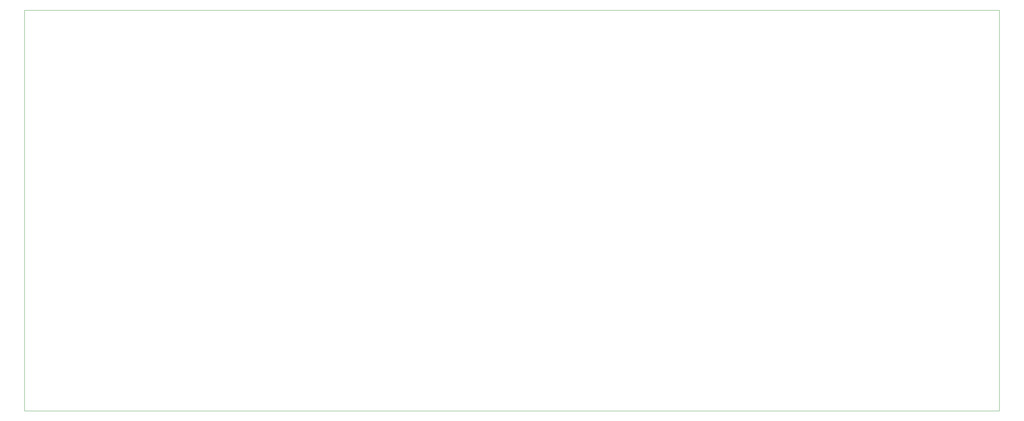
<source format=gbr>
%TF.GenerationSoftware,KiCad,Pcbnew,7.0.7-7.0.7~ubuntu22.04.1*%
%TF.CreationDate,2023-09-21T20:26:45+02:00*%
%TF.ProjectId,ek_right_hand_35_buttons,656b5f72-6967-4687-945f-68616e645f33,1.0*%
%TF.SameCoordinates,Original*%
%TF.FileFunction,Profile,NP*%
%FSLAX46Y46*%
G04 Gerber Fmt 4.6, Leading zero omitted, Abs format (unit mm)*
G04 Created by KiCad (PCBNEW 7.0.7-7.0.7~ubuntu22.04.1) date 2023-09-21 20:26:45*
%MOMM*%
%LPD*%
G01*
G04 APERTURE LIST*
%TA.AperFunction,Profile*%
%ADD10C,0.100000*%
%TD*%
G04 APERTURE END LIST*
D10*
X22130000Y-29000000D02*
X265130000Y-29000000D01*
X265130000Y-129000000D01*
X22130000Y-129000000D01*
X22130000Y-29000000D01*
M02*

</source>
